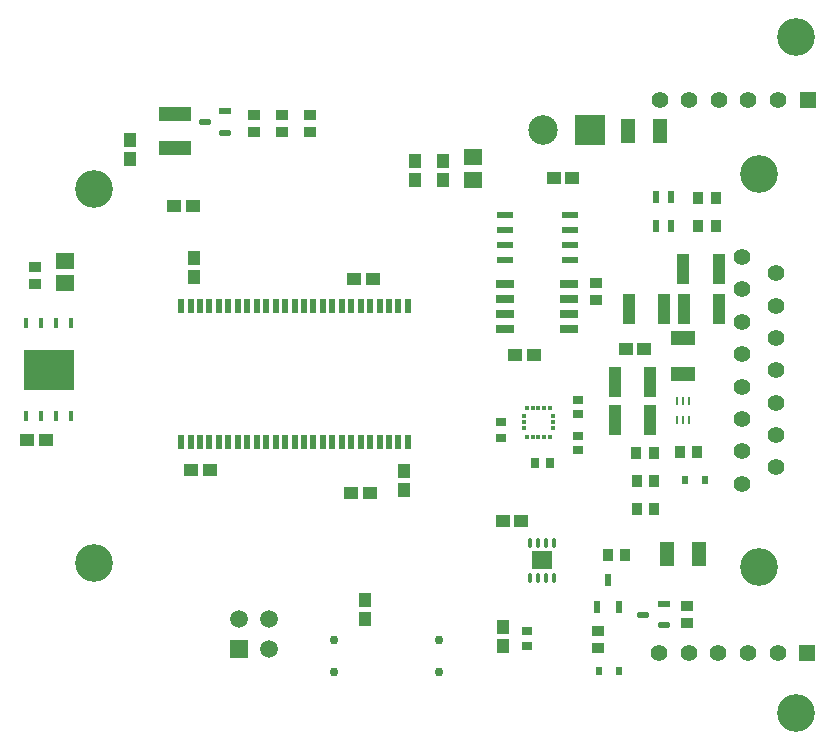
<source format=gbr>
G04*
G04 #@! TF.GenerationSoftware,Altium Limited,Altium Designer,25.1.2 (22)*
G04*
G04 Layer_Color=255*
%FSLAX25Y25*%
%MOIN*%
G70*
G04*
G04 #@! TF.SameCoordinates,8CEF69DF-C305-4807-9533-15B17650E19F*
G04*
G04*
G04 #@! TF.FilePolarity,Positive*
G04*
G01*
G75*
%ADD18R,0.04134X0.03543*%
G04:AMPARAMS|DCode=21|XSize=61.02mil|YSize=23.62mil|CornerRadius=2.01mil|HoleSize=0mil|Usage=FLASHONLY|Rotation=0.000|XOffset=0mil|YOffset=0mil|HoleType=Round|Shape=RoundedRectangle|*
%AMROUNDEDRECTD21*
21,1,0.06102,0.01961,0,0,0.0*
21,1,0.05701,0.02362,0,0,0.0*
1,1,0.00402,0.02850,-0.00980*
1,1,0.00402,-0.02850,-0.00980*
1,1,0.00402,-0.02850,0.00980*
1,1,0.00402,0.02850,0.00980*
%
%ADD21ROUNDEDRECTD21*%
%ADD23R,0.04758X0.03985*%
%ADD25R,0.03740X0.03150*%
%ADD27R,0.03543X0.04134*%
%ADD29R,0.05906X0.05512*%
%ADD30R,0.03985X0.04758*%
%ADD33C,0.12598*%
%ADD34R,0.09843X0.09843*%
%ADD35C,0.09843*%
%ADD36C,0.05500*%
%ADD37R,0.05512X0.05512*%
%ADD38C,0.05512*%
%ADD39C,0.05984*%
%ADD40R,0.05984X0.05984*%
%ADD41C,0.02953*%
%ADD48C,0.12600*%
%ADD50R,0.04168X0.02153*%
G04:AMPARAMS|DCode=51|XSize=41.68mil|YSize=21.53mil|CornerRadius=10.77mil|HoleSize=0mil|Usage=FLASHONLY|Rotation=180.000|XOffset=0mil|YOffset=0mil|HoleType=Round|Shape=RoundedRectangle|*
%AMROUNDEDRECTD51*
21,1,0.04168,0.00000,0,0,180.0*
21,1,0.02015,0.02153,0,0,180.0*
1,1,0.02153,-0.01008,0.00000*
1,1,0.02153,0.01008,0.00000*
1,1,0.02153,0.01008,0.00000*
1,1,0.02153,-0.01008,0.00000*
%
%ADD51ROUNDEDRECTD51*%
%ADD52R,0.04500X0.08000*%
%ADD53R,0.03937X0.09843*%
%ADD54R,0.02362X0.03150*%
%ADD55R,0.00900X0.02800*%
%ADD56R,0.08465X0.04921*%
%ADD57R,0.03543X0.02953*%
%ADD58R,0.02362X0.04134*%
G04:AMPARAMS|DCode=59|XSize=68.9mil|YSize=59.06mil|CornerRadius=2.07mil|HoleSize=0mil|Usage=FLASHONLY|Rotation=180.000|XOffset=0mil|YOffset=0mil|HoleType=Round|Shape=RoundedRectangle|*
%AMROUNDEDRECTD59*
21,1,0.06890,0.05492,0,0,180.0*
21,1,0.06476,0.05906,0,0,180.0*
1,1,0.00413,-0.03238,0.02746*
1,1,0.00413,0.03238,0.02746*
1,1,0.00413,0.03238,-0.02746*
1,1,0.00413,-0.03238,-0.02746*
%
%ADD59ROUNDEDRECTD59*%
G04:AMPARAMS|DCode=60|XSize=13.78mil|YSize=33.47mil|CornerRadius=2mil|HoleSize=0mil|Usage=FLASHONLY|Rotation=180.000|XOffset=0mil|YOffset=0mil|HoleType=Round|Shape=RoundedRectangle|*
%AMROUNDEDRECTD60*
21,1,0.01378,0.02947,0,0,180.0*
21,1,0.00978,0.03347,0,0,180.0*
1,1,0.00400,-0.00489,0.01473*
1,1,0.00400,0.00489,0.01473*
1,1,0.00400,0.00489,-0.01473*
1,1,0.00400,-0.00489,-0.01473*
%
%ADD60ROUNDEDRECTD60*%
%ADD61R,0.01772X0.01378*%
%ADD62R,0.01378X0.01772*%
%ADD63R,0.02953X0.03543*%
%ADD64R,0.10630X0.04921*%
%ADD65R,0.02362X0.03937*%
%ADD66R,0.05750X0.02100*%
%ADD67R,0.17100X0.13600*%
%ADD68R,0.01700X0.03400*%
%ADD69R,0.02000X0.04700*%
D18*
X483035Y462854D02*
D03*
Y457146D02*
D03*
X464500D02*
D03*
Y462854D02*
D03*
X578468Y401093D02*
D03*
Y406802D02*
D03*
X608926Y299364D02*
D03*
Y293655D02*
D03*
X391461Y406529D02*
D03*
Y412237D02*
D03*
X579277Y285248D02*
D03*
Y290957D02*
D03*
X473768Y462854D02*
D03*
Y457146D02*
D03*
D21*
X569495Y391429D02*
D03*
Y396429D02*
D03*
Y401430D02*
D03*
Y406429D02*
D03*
X548236D02*
D03*
Y401430D02*
D03*
Y396429D02*
D03*
Y391429D02*
D03*
D23*
X594657Y385000D02*
D03*
X588343D02*
D03*
X564343Y442000D02*
D03*
X570657D02*
D03*
X551660Y382748D02*
D03*
X557974D02*
D03*
X547347Y327630D02*
D03*
X553661D02*
D03*
X388843Y354500D02*
D03*
X395157D02*
D03*
X444157Y432500D02*
D03*
X437843D02*
D03*
X443588Y344589D02*
D03*
X449902D02*
D03*
X497964Y408411D02*
D03*
X504278D02*
D03*
X496686Y337000D02*
D03*
X503000D02*
D03*
D25*
X555500Y285941D02*
D03*
Y291059D02*
D03*
X546807Y355399D02*
D03*
Y360517D02*
D03*
D27*
X597744Y340893D02*
D03*
X592035D02*
D03*
X592183Y331626D02*
D03*
X597892D02*
D03*
X612069Y350509D02*
D03*
X606360D02*
D03*
X591974Y350161D02*
D03*
X597683D02*
D03*
X612646Y435268D02*
D03*
X618354D02*
D03*
X612646Y426000D02*
D03*
X618354D02*
D03*
X582504Y316283D02*
D03*
X588213Y316283D02*
D03*
D29*
X401516Y414255D02*
D03*
Y406774D02*
D03*
X537382Y441367D02*
D03*
Y448847D02*
D03*
D30*
X423000Y454657D02*
D03*
Y448343D02*
D03*
X547500Y292157D02*
D03*
Y285843D02*
D03*
X501500Y301157D02*
D03*
Y294843D02*
D03*
X518000Y441343D02*
D03*
Y447657D02*
D03*
X527500Y441186D02*
D03*
Y447500D02*
D03*
X514362Y344203D02*
D03*
Y337889D02*
D03*
X444340Y408797D02*
D03*
Y415111D02*
D03*
D33*
X411110Y438321D02*
D03*
X411000Y313500D02*
D03*
X645000Y263500D02*
D03*
Y489000D02*
D03*
D34*
X576563Y458005D02*
D03*
D35*
X560972D02*
D03*
D36*
X638500Y410150D02*
D03*
Y399362D02*
D03*
Y388575D02*
D03*
Y377787D02*
D03*
Y367000D02*
D03*
Y356213D02*
D03*
Y345425D02*
D03*
X627319Y415543D02*
D03*
Y404756D02*
D03*
Y393969D02*
D03*
Y383181D02*
D03*
Y372394D02*
D03*
Y361606D02*
D03*
Y350819D02*
D03*
Y340032D02*
D03*
D37*
X649000Y468000D02*
D03*
X648842Y283500D02*
D03*
D38*
X639157Y468000D02*
D03*
X629315D02*
D03*
X619472D02*
D03*
X609630D02*
D03*
X599787D02*
D03*
X599630Y283500D02*
D03*
X609472D02*
D03*
X619315Y283500D02*
D03*
X629157D02*
D03*
X639000Y283500D02*
D03*
D39*
X469500Y285000D02*
D03*
Y295000D02*
D03*
X459500D02*
D03*
D40*
Y285000D02*
D03*
D41*
X526000Y277087D02*
D03*
Y287913D02*
D03*
X491000Y277087D02*
D03*
Y287913D02*
D03*
D48*
X632909Y443378D02*
D03*
Y312197D02*
D03*
D50*
X454952Y464102D02*
D03*
X601133Y299997D02*
D03*
D51*
X454952Y456898D02*
D03*
X448048Y460500D02*
D03*
X594230Y296395D02*
D03*
X601133Y292793D02*
D03*
D52*
X589250Y457500D02*
D03*
X599750D02*
D03*
X612750Y316500D02*
D03*
X602250D02*
D03*
D53*
X607594Y411500D02*
D03*
X619406D02*
D03*
X607710Y398264D02*
D03*
X619521D02*
D03*
X601158D02*
D03*
X589347D02*
D03*
X596530Y361200D02*
D03*
X584720D02*
D03*
X596557Y374078D02*
D03*
X584746D02*
D03*
D54*
X608165Y341232D02*
D03*
X614858D02*
D03*
X586274Y277654D02*
D03*
X579581D02*
D03*
D55*
X605531Y361200D02*
D03*
X607500Y361200D02*
D03*
X609469Y361200D02*
D03*
Y367500D02*
D03*
X607500D02*
D03*
X605531D02*
D03*
D56*
X607500Y376496D02*
D03*
Y388504D02*
D03*
D57*
X572638Y363097D02*
D03*
X572638Y367822D02*
D03*
X572626Y351269D02*
D03*
Y355993D02*
D03*
D58*
X586240Y298945D02*
D03*
X578760D02*
D03*
X582500Y308000D02*
D03*
D59*
X560500Y314500D02*
D03*
D60*
X564339Y308693D02*
D03*
X561779D02*
D03*
X559221D02*
D03*
X556661D02*
D03*
X564339Y320307D02*
D03*
X561779D02*
D03*
X559221D02*
D03*
X556661D02*
D03*
D61*
X564146Y358531D02*
D03*
Y360500D02*
D03*
Y362469D02*
D03*
X554500D02*
D03*
Y360500D02*
D03*
Y358531D02*
D03*
D62*
X563260Y365323D02*
D03*
X561291Y365323D02*
D03*
X559323D02*
D03*
X557354D02*
D03*
X555386Y365323D02*
D03*
Y355677D02*
D03*
X557354D02*
D03*
X559323D02*
D03*
X561291D02*
D03*
X563260D02*
D03*
D63*
X558307Y346803D02*
D03*
X563031D02*
D03*
D64*
X438000Y451890D02*
D03*
Y463110D02*
D03*
D65*
X603461Y426000D02*
D03*
X598539D02*
D03*
X603461Y435500D02*
D03*
X598539D02*
D03*
D66*
X569725Y414500D02*
D03*
Y419500D02*
D03*
Y424500D02*
D03*
Y429500D02*
D03*
X548275D02*
D03*
Y424500D02*
D03*
Y419500D02*
D03*
Y414500D02*
D03*
D67*
X396000Y378000D02*
D03*
D68*
X388500Y362550D02*
D03*
X393500D02*
D03*
X398500D02*
D03*
X403500D02*
D03*
Y393450D02*
D03*
X398500D02*
D03*
X393500D02*
D03*
X388500D02*
D03*
D69*
X515795Y399100D02*
D03*
X512646D02*
D03*
X509496D02*
D03*
X506347D02*
D03*
X503197D02*
D03*
X500047D02*
D03*
X496898D02*
D03*
X493748D02*
D03*
X490598D02*
D03*
X487449D02*
D03*
X484299D02*
D03*
X481150D02*
D03*
X478000D02*
D03*
X474850D02*
D03*
X471701D02*
D03*
X468551D02*
D03*
X465402D02*
D03*
X462252D02*
D03*
X459102D02*
D03*
X455953D02*
D03*
X452803D02*
D03*
X449653D02*
D03*
X446504D02*
D03*
X443354D02*
D03*
X440205D02*
D03*
X440205Y353900D02*
D03*
X443354D02*
D03*
X446504D02*
D03*
X449653D02*
D03*
X452803D02*
D03*
X455953D02*
D03*
X459102D02*
D03*
X462252D02*
D03*
X465402D02*
D03*
X468551D02*
D03*
X471701D02*
D03*
X474850D02*
D03*
X478000D02*
D03*
X481150D02*
D03*
X484299D02*
D03*
X487449D02*
D03*
X490598D02*
D03*
X493748D02*
D03*
X496898D02*
D03*
X500047D02*
D03*
X503197D02*
D03*
X506347D02*
D03*
X509496D02*
D03*
X512646D02*
D03*
X515795D02*
D03*
M02*

</source>
